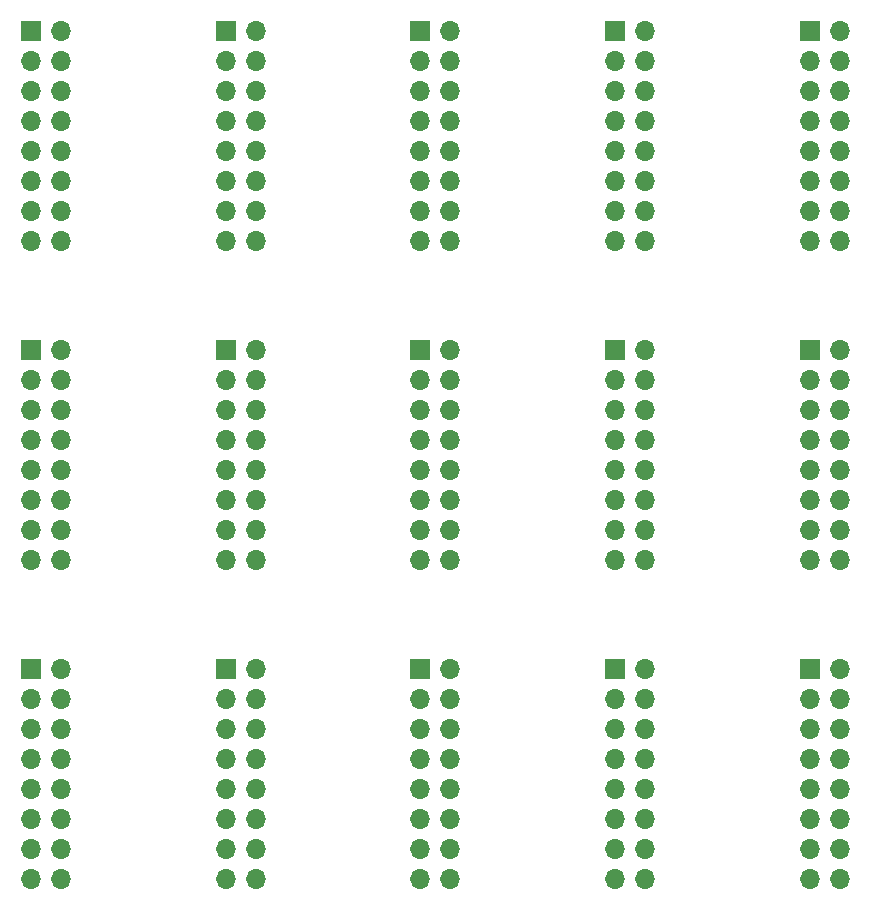
<source format=gbr>
%TF.GenerationSoftware,KiCad,Pcbnew,(6.0.7)*%
%TF.CreationDate,2023-02-25T07:44:42+08:00*%
%TF.ProjectId,BoardCoverter,426f6172-6443-46f7-9665-727465722e6b,rev?*%
%TF.SameCoordinates,Original*%
%TF.FileFunction,Soldermask,Top*%
%TF.FilePolarity,Negative*%
%FSLAX46Y46*%
G04 Gerber Fmt 4.6, Leading zero omitted, Abs format (unit mm)*
G04 Created by KiCad (PCBNEW (6.0.7)) date 2023-02-25 07:44:42*
%MOMM*%
%LPD*%
G01*
G04 APERTURE LIST*
%ADD10R,1.700000X1.700000*%
%ADD11O,1.700000X1.700000*%
G04 APERTURE END LIST*
D10*
%TO.C,J1*%
X148117500Y-63712500D03*
D11*
X150657500Y-63712500D03*
X148117500Y-66252500D03*
X150657500Y-66252500D03*
X148117500Y-68792500D03*
X150657500Y-68792500D03*
X148117500Y-71332500D03*
X150657500Y-71332500D03*
X148117500Y-73872500D03*
X150657500Y-73872500D03*
X148117500Y-76412500D03*
X150657500Y-76412500D03*
X148117500Y-78952500D03*
X150657500Y-78952500D03*
X148117500Y-81492500D03*
X150657500Y-81492500D03*
%TD*%
D10*
%TO.C,J1*%
X115137500Y-63712500D03*
D11*
X117677500Y-63712500D03*
X115137500Y-66252500D03*
X117677500Y-66252500D03*
X115137500Y-68792500D03*
X117677500Y-68792500D03*
X115137500Y-71332500D03*
X117677500Y-71332500D03*
X115137500Y-73872500D03*
X117677500Y-73872500D03*
X115137500Y-76412500D03*
X117677500Y-76412500D03*
X115137500Y-78952500D03*
X117677500Y-78952500D03*
X115137500Y-81492500D03*
X117677500Y-81492500D03*
%TD*%
D10*
%TO.C,J1*%
X164607500Y-90712500D03*
D11*
X167147500Y-90712500D03*
X164607500Y-93252500D03*
X167147500Y-93252500D03*
X164607500Y-95792500D03*
X167147500Y-95792500D03*
X164607500Y-98332500D03*
X167147500Y-98332500D03*
X164607500Y-100872500D03*
X167147500Y-100872500D03*
X164607500Y-103412500D03*
X167147500Y-103412500D03*
X164607500Y-105952500D03*
X167147500Y-105952500D03*
X164607500Y-108492500D03*
X167147500Y-108492500D03*
%TD*%
D10*
%TO.C,J1*%
X115137500Y-90712500D03*
D11*
X117677500Y-90712500D03*
X115137500Y-93252500D03*
X117677500Y-93252500D03*
X115137500Y-95792500D03*
X117677500Y-95792500D03*
X115137500Y-98332500D03*
X117677500Y-98332500D03*
X115137500Y-100872500D03*
X117677500Y-100872500D03*
X115137500Y-103412500D03*
X117677500Y-103412500D03*
X115137500Y-105952500D03*
X117677500Y-105952500D03*
X115137500Y-108492500D03*
X117677500Y-108492500D03*
%TD*%
D10*
%TO.C,J1*%
X181097500Y-63712500D03*
D11*
X183637500Y-63712500D03*
X181097500Y-66252500D03*
X183637500Y-66252500D03*
X181097500Y-68792500D03*
X183637500Y-68792500D03*
X181097500Y-71332500D03*
X183637500Y-71332500D03*
X181097500Y-73872500D03*
X183637500Y-73872500D03*
X181097500Y-76412500D03*
X183637500Y-76412500D03*
X181097500Y-78952500D03*
X183637500Y-78952500D03*
X181097500Y-81492500D03*
X183637500Y-81492500D03*
%TD*%
D10*
%TO.C,J1*%
X164607500Y-63712500D03*
D11*
X167147500Y-63712500D03*
X164607500Y-66252500D03*
X167147500Y-66252500D03*
X164607500Y-68792500D03*
X167147500Y-68792500D03*
X164607500Y-71332500D03*
X167147500Y-71332500D03*
X164607500Y-73872500D03*
X167147500Y-73872500D03*
X164607500Y-76412500D03*
X167147500Y-76412500D03*
X164607500Y-78952500D03*
X167147500Y-78952500D03*
X164607500Y-81492500D03*
X167147500Y-81492500D03*
%TD*%
D10*
%TO.C,J1*%
X131627500Y-117712500D03*
D11*
X134167500Y-117712500D03*
X131627500Y-120252500D03*
X134167500Y-120252500D03*
X131627500Y-122792500D03*
X134167500Y-122792500D03*
X131627500Y-125332500D03*
X134167500Y-125332500D03*
X131627500Y-127872500D03*
X134167500Y-127872500D03*
X131627500Y-130412500D03*
X134167500Y-130412500D03*
X131627500Y-132952500D03*
X134167500Y-132952500D03*
X131627500Y-135492500D03*
X134167500Y-135492500D03*
%TD*%
D10*
%TO.C,J1*%
X181097500Y-117712500D03*
D11*
X183637500Y-117712500D03*
X181097500Y-120252500D03*
X183637500Y-120252500D03*
X181097500Y-122792500D03*
X183637500Y-122792500D03*
X181097500Y-125332500D03*
X183637500Y-125332500D03*
X181097500Y-127872500D03*
X183637500Y-127872500D03*
X181097500Y-130412500D03*
X183637500Y-130412500D03*
X181097500Y-132952500D03*
X183637500Y-132952500D03*
X181097500Y-135492500D03*
X183637500Y-135492500D03*
%TD*%
D10*
%TO.C,J1*%
X148117500Y-90712500D03*
D11*
X150657500Y-90712500D03*
X148117500Y-93252500D03*
X150657500Y-93252500D03*
X148117500Y-95792500D03*
X150657500Y-95792500D03*
X148117500Y-98332500D03*
X150657500Y-98332500D03*
X148117500Y-100872500D03*
X150657500Y-100872500D03*
X148117500Y-103412500D03*
X150657500Y-103412500D03*
X148117500Y-105952500D03*
X150657500Y-105952500D03*
X148117500Y-108492500D03*
X150657500Y-108492500D03*
%TD*%
D10*
%TO.C,J1*%
X131627500Y-90712500D03*
D11*
X134167500Y-90712500D03*
X131627500Y-93252500D03*
X134167500Y-93252500D03*
X131627500Y-95792500D03*
X134167500Y-95792500D03*
X131627500Y-98332500D03*
X134167500Y-98332500D03*
X131627500Y-100872500D03*
X134167500Y-100872500D03*
X131627500Y-103412500D03*
X134167500Y-103412500D03*
X131627500Y-105952500D03*
X134167500Y-105952500D03*
X131627500Y-108492500D03*
X134167500Y-108492500D03*
%TD*%
D10*
%TO.C,J1*%
X115137500Y-117712500D03*
D11*
X117677500Y-117712500D03*
X115137500Y-120252500D03*
X117677500Y-120252500D03*
X115137500Y-122792500D03*
X117677500Y-122792500D03*
X115137500Y-125332500D03*
X117677500Y-125332500D03*
X115137500Y-127872500D03*
X117677500Y-127872500D03*
X115137500Y-130412500D03*
X117677500Y-130412500D03*
X115137500Y-132952500D03*
X117677500Y-132952500D03*
X115137500Y-135492500D03*
X117677500Y-135492500D03*
%TD*%
D10*
%TO.C,J1*%
X148117500Y-117712500D03*
D11*
X150657500Y-117712500D03*
X148117500Y-120252500D03*
X150657500Y-120252500D03*
X148117500Y-122792500D03*
X150657500Y-122792500D03*
X148117500Y-125332500D03*
X150657500Y-125332500D03*
X148117500Y-127872500D03*
X150657500Y-127872500D03*
X148117500Y-130412500D03*
X150657500Y-130412500D03*
X148117500Y-132952500D03*
X150657500Y-132952500D03*
X148117500Y-135492500D03*
X150657500Y-135492500D03*
%TD*%
D10*
%TO.C,J1*%
X131627500Y-63712500D03*
D11*
X134167500Y-63712500D03*
X131627500Y-66252500D03*
X134167500Y-66252500D03*
X131627500Y-68792500D03*
X134167500Y-68792500D03*
X131627500Y-71332500D03*
X134167500Y-71332500D03*
X131627500Y-73872500D03*
X134167500Y-73872500D03*
X131627500Y-76412500D03*
X134167500Y-76412500D03*
X131627500Y-78952500D03*
X134167500Y-78952500D03*
X131627500Y-81492500D03*
X134167500Y-81492500D03*
%TD*%
D10*
%TO.C,J1*%
X164607500Y-117712500D03*
D11*
X167147500Y-117712500D03*
X164607500Y-120252500D03*
X167147500Y-120252500D03*
X164607500Y-122792500D03*
X167147500Y-122792500D03*
X164607500Y-125332500D03*
X167147500Y-125332500D03*
X164607500Y-127872500D03*
X167147500Y-127872500D03*
X164607500Y-130412500D03*
X167147500Y-130412500D03*
X164607500Y-132952500D03*
X167147500Y-132952500D03*
X164607500Y-135492500D03*
X167147500Y-135492500D03*
%TD*%
D10*
%TO.C,J1*%
X181097500Y-90712500D03*
D11*
X183637500Y-90712500D03*
X181097500Y-93252500D03*
X183637500Y-93252500D03*
X181097500Y-95792500D03*
X183637500Y-95792500D03*
X181097500Y-98332500D03*
X183637500Y-98332500D03*
X181097500Y-100872500D03*
X183637500Y-100872500D03*
X181097500Y-103412500D03*
X183637500Y-103412500D03*
X181097500Y-105952500D03*
X183637500Y-105952500D03*
X181097500Y-108492500D03*
X183637500Y-108492500D03*
%TD*%
M02*

</source>
